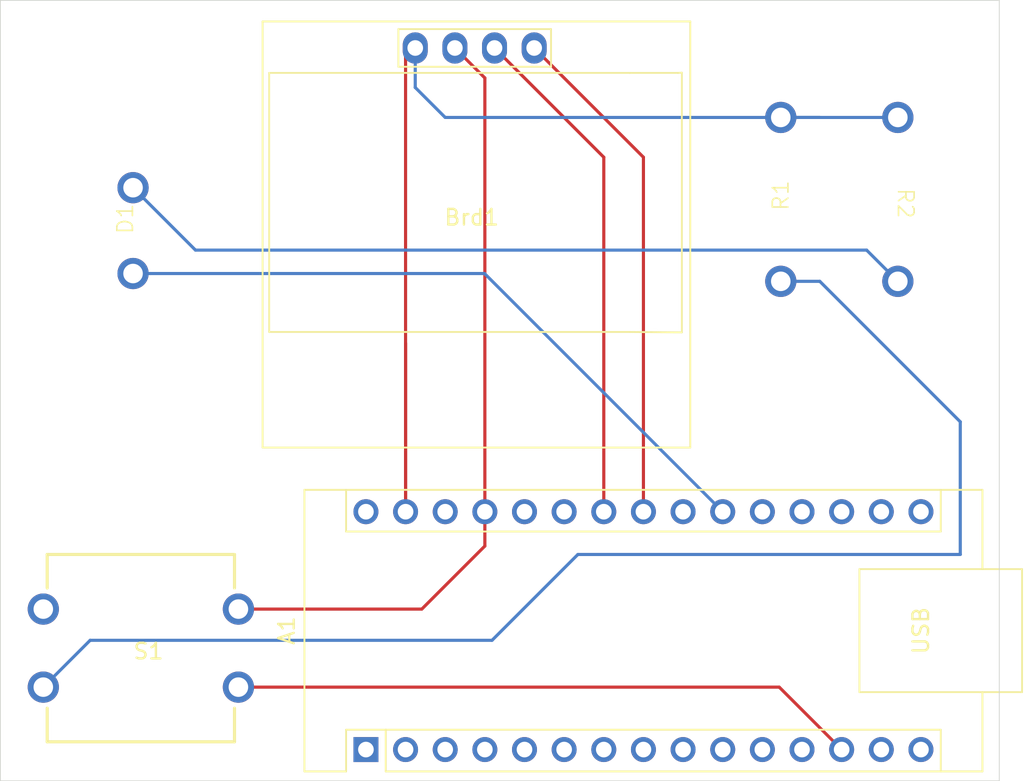
<source format=kicad_pcb>
(kicad_pcb (version 20241229) (generator "pcbnew") (generator_version "9.0")
  (layers (0 "F.Cu" signal) (2 "B.Cu" signal) (13 "F.Paste" user) (15 "B.Paste" user) (5 "F.SilkS" user "F.Silkscreen") (7 "B.SilkS" user "B.Silkscreen") (1 "F.Mask" user) (3 "B.Mask" user) (25 "Edge.Cuts" user))
  (net 0 "")
  (net 7 "Net-(A1-A2)")
  (net 11 "Net-(Brd1-GND)")
  (net 15 "Net-(A1-D10)")
  (net 19 "Net-(A1-A5)")
  (net 26 "Net-(A1-A4)")
  (net 28 "Net-(A1-+5V)")
  (net 31 "Net-(R1-Pad1)")
  (net 32 "Net-(D1-A)")
  (footprint "Module:LED Universal Thruhole" (layer "F.Cu") (at 58.5 38.5 90)
    (property "Reference" "D1" (at 0.5 -0.5 90) (layer "F.SilkS") (effects (font (thickness 0.1))))
    (property "Value" "LED")
    (pad "1" thru_hole circle (at -3 0 270) (size 2 2) (drill 1.25) (layers "*.Cu" "*.Mask") (net 7 "Net-(A1-A2)"))
    (pad "2" thru_hole circle (at 2.5 0 270) (size 2 2) (drill 1.25) (layers "*.Cu" "*.Mask") (net 32 "Net-(D1-A)"))
  )
  (footprint "B3F-4005:B3F-4055" (layer "F.Cu") (at 59 65.5 180)
    (property "Reference" "S1" (at -0.488 -0.204 0) (layer "F.SilkS"))
    (property "Value" "B3F-4005")
    (fp_line (start 6 6) (end 6 3.849) (stroke (width 0.2)) (layer "F.SilkS"))
    (fp_line (start 6 6) (end -6 6) (stroke (width 0.2)) (layer "F.SilkS"))
    (fp_line (start 6 -6) (end 6 -3.849) (stroke (width 0.2)) (layer "F.SilkS"))
    (fp_line (start -6 6) (end -6 3.849) (stroke (width 0.2)) (layer "F.SilkS"))
    (fp_line (start -6 -6) (end 6 -6) (stroke (width 0.2)) (layer "F.SilkS"))
    (fp_line (start -6 -6) (end -6 -3.849) (stroke (width 0.2)) (layer "F.SilkS"))
    (pad "" np_thru_hole circle (at 0 -4.5 180) (size 1.85 1.85) (drill 1.85) (layers "*.Cu" "*.Mask"))
    (pad "" np_thru_hole circle (at 0 4.5 180) (size 1.85 1.85) (drill 1.85) (layers "*.Cu" "*.Mask"))
    (pad "1" thru_hole circle (at 6.25 2.5 180) (size 2 2) (drill 1.25) (layers "*.Cu" "*.Mask"))
    (pad "2" thru_hole circle (at -6.25 2.5 180) (size 2 2) (drill 1.25) (layers "*.Cu" "*.Mask") (net 28 "Net-(A1-+5V)"))
    (pad "3" thru_hole circle (at 6.25 -2.5 180) (size 2 2) (drill 1.25) (layers "*.Cu" "*.Mask") (net 31 "Net-(R1-Pad1)"))
    (pad "4" thru_hole circle (at -6.25 -2.5 180) (size 2 2) (drill 1.25) (layers "*.Cu" "*.Mask") (net 15 "Net-(A1-D10)"))
  )
  (footprint "Module:Arduino_Nano" (layer "F.Cu") (at 73.42 72 90)
    (property "Reference" "A1" (at 7.62 -5.08 90) (layer "F.SilkS"))
    (property "Value" "Arduino_Nano_v3.x")
    (fp_line (start 16.64 -3.94) (end -1.4 -3.94) (stroke (width 0.12)) (layer "F.SilkS"))
    (fp_line (start -1.4 -3.94) (end -1.4 -1.27) (stroke (width 0.12)) (layer "F.SilkS"))
    (fp_line (start 13.97 -1.27) (end 16.64 -1.27) (stroke (width 0.12)) (layer "F.SilkS"))
    (fp_line (start 13.97 -1.27) (end 13.97 36.83) (stroke (width 0.12)) (layer "F.SilkS"))
    (fp_line (start 1.27 -1.27) (end -1.4 -1.27) (stroke (width 0.12)) (layer "F.SilkS"))
    (fp_line (start 1.27 1.27) (end 1.27 -1.27) (stroke (width 0.12)) (layer "F.SilkS"))
    (fp_line (start 1.27 1.27) (end -1.4 1.27) (stroke (width 0.12)) (layer "F.SilkS"))
    (fp_line (start 1.27 1.27) (end 1.27 36.83) (stroke (width 0.12)) (layer "F.SilkS"))
    (fp_line (start -1.4 1.27) (end -1.4 39.5) (stroke (width 0.12)) (layer "F.SilkS"))
    (fp_line (start 11.56 31.62) (end 11.56 42.04) (stroke (width 0.12)) (layer "F.SilkS"))
    (fp_line (start 3.68 31.62) (end 11.56 31.62) (stroke (width 0.12)) (layer "F.SilkS"))
    (fp_line (start 13.97 36.83) (end 16.64 36.83) (stroke (width 0.12)) (layer "F.SilkS"))
    (fp_line (start 1.27 36.83) (end -1.4 36.83) (stroke (width 0.12)) (layer "F.SilkS"))
    (fp_line (start 16.64 39.5) (end 16.64 -3.94) (stroke (width 0.12)) (layer "F.SilkS"))
    (fp_line (start 16.64 39.5) (end 11.56 39.5) (stroke (width 0.12)) (layer "F.SilkS"))
    (fp_line (start -1.4 39.5) (end 3.68 39.5) (stroke (width 0.12)) (layer "F.SilkS"))
    (fp_line (start 11.56 42.04) (end 3.68 42.04) (stroke (width 0.12)) (layer "F.SilkS"))
    (fp_line (start 3.68 42.04) (end 3.68 31.62) (stroke (width 0.12)) (layer "F.SilkS"))
    (fp_text user "USB" (at 7.62 35.56 90) (layer "F.SilkS"))
    (pad "1" thru_hole rect (at 0 0 90) (size 1.6 1.6) (drill 1) (layers "*.Cu" "*.Mask"))
    (pad "2" thru_hole oval (at 0 2.54 90) (size 1.6 1.6) (drill 1) (layers "*.Cu" "*.Mask"))
    (pad "3" thru_hole oval (at 0 5.08 90) (size 1.6 1.6) (drill 1) (layers "*.Cu" "*.Mask"))
    (pad "4" thru_hole oval (at 0 7.62 90) (size 1.6 1.6) (drill 1) (layers "*.Cu" "*.Mask"))
    (pad "5" thru_hole oval (at 0 10.16 90) (size 1.6 1.6) (drill 1) (layers "*.Cu" "*.Mask"))
    (pad "6" thru_hole oval (at 0 12.7 90) (size 1.6 1.6) (drill 1) (layers "*.Cu" "*.Mask"))
    (pad "7" thru_hole oval (at 0 15.24 90) (size 1.6 1.6) (drill 1) (layers "*.Cu" "*.Mask"))
    (pad "8" thru_hole oval (at 0 17.78 90) (size 1.6 1.6) (drill 1) (layers "*.Cu" "*.Mask"))
    (pad "9" thru_hole oval (at 0 20.32 90) (size 1.6 1.6) (drill 1) (layers "*.Cu" "*.Mask"))
    (pad "10" thru_hole oval (at 0 22.86 90) (size 1.6 1.6) (drill 1) (layers "*.Cu" "*.Mask"))
    (pad "11" thru_hole oval (at 0 25.4 90) (size 1.6 1.6) (drill 1) (layers "*.Cu" "*.Mask"))
    (pad "12" thru_hole oval (at 0 27.94 90) (size 1.6 1.6) (drill 1) (layers "*.Cu" "*.Mask"))
    (pad "13" thru_hole oval (at 0 30.48 90) (size 1.6 1.6) (drill 1) (layers "*.Cu" "*.Mask") (net 15 "Net-(A1-D10)"))
    (pad "14" thru_hole oval (at 0 33.02 90) (size 1.6 1.6) (drill 1) (layers "*.Cu" "*.Mask"))
    (pad "15" thru_hole oval (at 0 35.56 90) (size 1.6 1.6) (drill 1) (layers "*.Cu" "*.Mask"))
    (pad "16" thru_hole oval (at 15.24 35.56 90) (size 1.6 1.6) (drill 1) (layers "*.Cu" "*.Mask"))
    (pad "17" thru_hole oval (at 15.24 33.02 90) (size 1.6 1.6) (drill 1) (layers "*.Cu" "*.Mask"))
    (pad "18" thru_hole oval (at 15.24 30.48 90) (size 1.6 1.6) (drill 1) (layers "*.Cu" "*.Mask"))
    (pad "19" thru_hole oval (at 15.24 27.94 90) (size 1.6 1.6) (drill 1) (layers "*.Cu" "*.Mask"))
    (pad "20" thru_hole oval (at 15.24 25.4 90) (size 1.6 1.6) (drill 1) (layers "*.Cu" "*.Mask"))
    (pad "21" thru_hole oval (at 15.24 22.86 90) (size 1.6 1.6) (drill 1) (layers "*.Cu" "*.Mask") (net 7 "Net-(A1-A2)"))
    (pad "22" thru_hole oval (at 15.24 20.32 90) (size 1.6 1.6) (drill 1) (layers "*.Cu" "*.Mask"))
    (pad "23" thru_hole oval (at 15.24 17.78 90) (size 1.6 1.6) (drill 1) (layers "*.Cu" "*.Mask") (net 26 "Net-(A1-A4)"))
    (pad "24" thru_hole oval (at 15.24 15.24 90) (size 1.6 1.6) (drill 1) (layers "*.Cu" "*.Mask") (net 19 "Net-(A1-A5)"))
    (pad "25" thru_hole oval (at 15.24 12.7 90) (size 1.6 1.6) (drill 1) (layers "*.Cu" "*.Mask"))
    (pad "26" thru_hole oval (at 15.24 10.16 90) (size 1.6 1.6) (drill 1) (layers "*.Cu" "*.Mask"))
    (pad "27" thru_hole oval (at 15.24 7.62 90) (size 1.6 1.6) (drill 1) (layers "*.Cu" "*.Mask") (net 28 "Net-(A1-+5V)"))
    (pad "28" thru_hole oval (at 15.24 5.08 90) (size 1.6 1.6) (drill 1) (layers "*.Cu" "*.Mask"))
    (pad "29" thru_hole oval (at 15.24 2.54 90) (size 1.6 1.6) (drill 1) (layers "*.Cu" "*.Mask") (net 11 "Net-(Brd1-GND)"))
    (pad "30" thru_hole oval (at 15.24 0 90) (size 1.6 1.6) (drill 1) (layers "*.Cu" "*.Mask"))
  )
  (footprint "Module:Resistor Universal Thruhole" (layer "F.Cu") (at 100 36.5 90)
    (property "Reference" "R1" (at 0 0 90) (layer "F.SilkS") (effects (font (thickness 0.1))))
    (property "Value" "R")
    (pad "1" thru_hole circle (at -5.5 0 270) (size 2 2) (drill 1.25) (layers "*.Cu" "*.Mask") (net 31 "Net-(R1-Pad1)"))
    (pad "2" thru_hole circle (at 5 0 270) (size 2 2) (drill 1.25) (layers "*.Cu" "*.Mask") (net 11 "Net-(Brd1-GND)"))
  )
  (footprint "Module:Resistor Universal Thruhole" (layer "F.Cu") (at 107.5 37 -90)
    (property "Reference" "R2" (at 0 -0.5 270) (layer "F.SilkS") (effects (font (thickness 0.1))))
    (property "Value" "R")
    (pad "1" thru_hole circle (at -5.5 0 90) (size 2 2) (drill 1.25) (layers "*.Cu" "*.Mask") (net 11 "Net-(Brd1-GND)"))
    (pad "2" thru_hole circle (at 5 0 90) (size 2 2) (drill 1.25) (layers "*.Cu" "*.Mask") (net 32 "Net-(D1-A)"))
  )
  (footprint "SSD1306:128x64OLED" (layer "F.Cu") (at 80.2 37.65)
    (property "Reference" "Brd1" (at 0 0.254 0) (layer "F.SilkS"))
    (property "Value" "SSD1306")
    (fp_line (start -13.4 -12.3) (end 14 -12.3) (stroke (width 0.12)) (layer "F.SilkS"))
    (fp_line (start -13.4 15) (end -13.4 -12.3) (stroke (width 0.12)) (layer "F.SilkS"))
    (fp_line (start -12.978 -9.005) (end 10.122 -9.005) (stroke (width 0.12)) (layer "F.SilkS"))
    (fp_line (start -12.978 7.595) (end -12.978 -9.005) (stroke (width 0.12)) (layer "F.SilkS"))
    (fp_line (start -4.699 -11.811) (end -4.699 -9.398) (stroke (width 0.12)) (layer "F.SilkS"))
    (fp_line (start -4.699 -11.811) (end 5.08 -11.811) (stroke (width 0.12)) (layer "F.SilkS"))
    (fp_line (start 5.08 -11.811) (end 5.08 -9.398) (stroke (width 0.12)) (layer "F.SilkS"))
    (fp_line (start 5.08 -9.398) (end -4.699 -9.398) (stroke (width 0.12)) (layer "F.SilkS"))
    (fp_line (start 10.122 -9.005) (end 13.208 -9.005) (stroke (width 0.12)) (layer "F.SilkS"))
    (fp_line (start 10.122 7.595) (end -12.978 7.595) (stroke (width 0.12)) (layer "F.SilkS"))
    (fp_line (start 10.122 7.595) (end 13.462 7.62) (stroke (width 0.12)) (layer "F.SilkS"))
    (fp_line (start 13.462 -9.017) (end 13.208 -9.005) (stroke (width 0.12)) (layer "F.SilkS"))
    (fp_line (start 13.462 7.62) (end 13.462 -9.017) (stroke (width 0.12)) (layer "F.SilkS"))
    (fp_line (start 14 -12.3) (end 14 15) (stroke (width 0.12)) (layer "F.SilkS"))
    (fp_line (start 14 15) (end -13.4 15) (stroke (width 0.12)) (layer "F.SilkS"))
    (pad "1" thru_hole oval (at -3.62 -10.6 90) (size 2 1.6) (drill 1) (layers "*.Cu" "*.Mask") (net 11 "Net-(Brd1-GND)"))
    (pad "2" thru_hole oval (at -1.08 -10.6 90) (size 2 1.6) (drill 1) (layers "*.Cu" "*.Mask") (net 28 "Net-(A1-+5V)"))
    (pad "3" thru_hole oval (at 1.46 -10.6 90) (size 2 1.6) (drill 1) (layers "*.Cu" "*.Mask") (net 19 "Net-(A1-A5)"))
    (pad "4" thru_hole oval (at 4 -10.6 90) (size 2 1.6) (drill 1) (layers "*.Cu" "*.Mask") (net 26 "Net-(A1-A4)"))
  )
  (gr_line (start 50 74) (end 114 74) (stroke (width 0.05)) (layer "Edge.Cuts"))
  (gr_line (start 50 24) (end 114 24) (stroke (width 0.05)) (layer "Edge.Cuts"))
  (gr_line (start 114 24) (end 114 74) (stroke (width 0.05)) (layer "Edge.Cuts"))
  (gr_line (start 50 24) (end 50 74) (stroke (width 0.05)) (layer "Edge.Cuts"))
  (segment (start 58.5 41.5) (end 81.02 41.5) (width 0.2) (layer "B.Cu") (net 7))
  (segment (start 81.02 41.5) (end 96.28 56.76) (width 0.2) (layer "B.Cu") (net 7))
  (segment (start 75.96 56.76) (end 75.96 27.67) (width 0.2) (layer "F.Cu") (net 11))
  (segment (start 75.96 45.96) (end 75.96 56.76) (width 0.2) (layer "F.Cu") (net 11))
  (segment (start 75.96 27.67) (end 76.58 27.05) (width 0.2) (layer "F.Cu") (net 11))
  (segment (start 107.5 31.5) (end 100 31.5) (width 0.2) (layer "B.Cu") (net 11))
  (segment (start 78.5 31.5) (end 76.58 29.58) (width 0.2) (layer "B.Cu") (net 11))
  (segment (start 102.5 31.5) (end 78.5 31.5) (width 0.2) (layer "B.Cu") (net 11))
  (segment (start 76.58 29.58) (end 76.58 27.05) (width 0.2) (layer "B.Cu") (net 11))
  (segment (start 65.75 68) (end 99.9 68) (width 0.2) (layer "F.Cu") (net 15))
  (segment (start 99.9 68) (end 103.9 72) (width 0.2) (layer "F.Cu") (net 15))
  (segment (start 88.66 34.05) (end 81.66 27.05) (width 0.2) (layer "F.Cu") (net 19))
  (segment (start 88.66 56.76) (end 88.66 34.05) (width 0.2) (layer "F.Cu") (net 19))
  (segment (start 91.2 56.76) (end 91.2 34.05) (width 0.2) (layer "F.Cu") (net 26))
  (segment (start 91.2 34.05) (end 84.2 27.05) (width 0.2) (layer "F.Cu") (net 26))
  (segment (start 81.04 56.76) (end 81.04 28.97) (width 0.2) (layer "F.Cu") (net 28))
  (segment (start 81.04 28.97) (end 79.12 27.05) (width 0.2) (layer "F.Cu") (net 28))
  (segment (start 65.75 63) (end 77 63) (width 0.2) (layer "F.Cu") (net 28))
  (segment (start 77 63) (end 81.04 58.96) (width 0.2) (layer "F.Cu") (net 28))
  (segment (start 81.04 58.96) (end 81.04 56.76) (width 0.2) (layer "F.Cu") (net 28))
  (segment (start 81.5 65) (end 55.75 65) (width 0.2) (layer "B.Cu") (net 31))
  (segment (start 100 42) (end 102.5 42) (width 0.2) (layer "B.Cu") (net 31))
  (segment (start 87 59.5) (end 81.5 65) (width 0.2) (layer "B.Cu") (net 31))
  (segment (start 102.5 42) (end 111.5 51) (width 0.2) (layer "B.Cu") (net 31))
  (segment (start 111.5 51) (end 111.5 59.5) (width 0.2) (layer "B.Cu") (net 31))
  (segment (start 55.75 65) (end 52.75 68) (width 0.2) (layer "B.Cu") (net 31))
  (segment (start 111.5 59.5) (end 87 59.5) (width 0.2) (layer "B.Cu") (net 31))
  (segment (start 62.5 40) (end 58.5 36) (width 0.2) (layer "B.Cu") (net 32))
  (segment (start 107.5 42) (end 105.5 40) (width 0.2) (layer "B.Cu") (net 32))
  (segment (start 105.5 40) (end 62.5 40) (width 0.2) (layer "B.Cu") (net 32))
)
</source>
